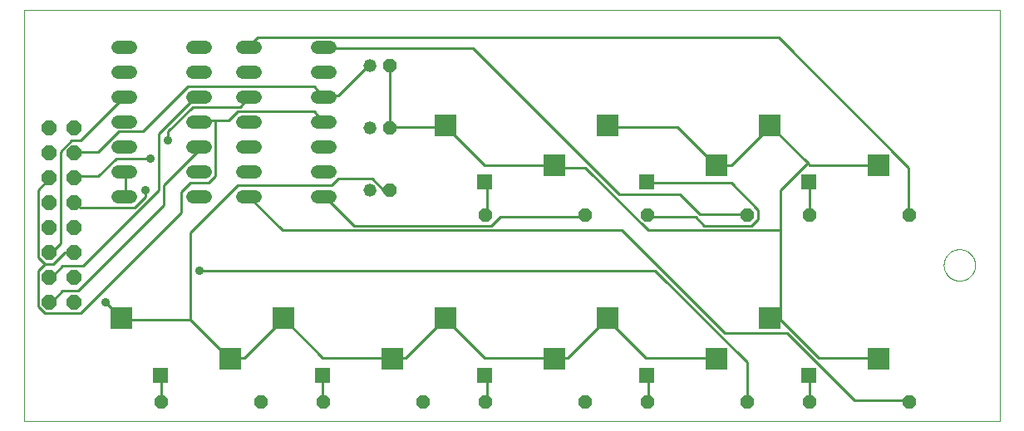
<source format=gbl>
G75*
%MOIN*%
%OFA0B0*%
%FSLAX25Y25*%
%IPPOS*%
%LPD*%
%AMOC8*
5,1,8,0,0,1.08239X$1,22.5*
%
%ADD10C,0.00000*%
%ADD11OC8,0.05200*%
%ADD12C,0.05200*%
%ADD13C,0.05200*%
%ADD14R,0.08858X0.08858*%
%ADD15R,0.05937X0.05937*%
%ADD16OC8,0.06000*%
%ADD17C,0.01000*%
%ADD18C,0.03600*%
D10*
X0001000Y0002875D02*
X0001000Y0167835D01*
X0392201Y0167835D01*
X0392201Y0002875D01*
X0001000Y0002875D01*
X0369701Y0065375D02*
X0369703Y0065533D01*
X0369709Y0065691D01*
X0369719Y0065849D01*
X0369733Y0066007D01*
X0369751Y0066164D01*
X0369772Y0066321D01*
X0369798Y0066477D01*
X0369828Y0066633D01*
X0369861Y0066788D01*
X0369899Y0066941D01*
X0369940Y0067094D01*
X0369985Y0067246D01*
X0370034Y0067397D01*
X0370087Y0067546D01*
X0370143Y0067694D01*
X0370203Y0067840D01*
X0370267Y0067985D01*
X0370335Y0068128D01*
X0370406Y0068270D01*
X0370480Y0068410D01*
X0370558Y0068547D01*
X0370640Y0068683D01*
X0370724Y0068817D01*
X0370813Y0068948D01*
X0370904Y0069077D01*
X0370999Y0069204D01*
X0371096Y0069329D01*
X0371197Y0069451D01*
X0371301Y0069570D01*
X0371408Y0069687D01*
X0371518Y0069801D01*
X0371631Y0069912D01*
X0371746Y0070021D01*
X0371864Y0070126D01*
X0371985Y0070228D01*
X0372108Y0070328D01*
X0372234Y0070424D01*
X0372362Y0070517D01*
X0372492Y0070607D01*
X0372625Y0070693D01*
X0372760Y0070777D01*
X0372896Y0070856D01*
X0373035Y0070933D01*
X0373176Y0071005D01*
X0373318Y0071075D01*
X0373462Y0071140D01*
X0373608Y0071202D01*
X0373755Y0071260D01*
X0373904Y0071315D01*
X0374054Y0071366D01*
X0374205Y0071413D01*
X0374357Y0071456D01*
X0374510Y0071495D01*
X0374665Y0071531D01*
X0374820Y0071562D01*
X0374976Y0071590D01*
X0375132Y0071614D01*
X0375289Y0071634D01*
X0375447Y0071650D01*
X0375604Y0071662D01*
X0375763Y0071670D01*
X0375921Y0071674D01*
X0376079Y0071674D01*
X0376237Y0071670D01*
X0376396Y0071662D01*
X0376553Y0071650D01*
X0376711Y0071634D01*
X0376868Y0071614D01*
X0377024Y0071590D01*
X0377180Y0071562D01*
X0377335Y0071531D01*
X0377490Y0071495D01*
X0377643Y0071456D01*
X0377795Y0071413D01*
X0377946Y0071366D01*
X0378096Y0071315D01*
X0378245Y0071260D01*
X0378392Y0071202D01*
X0378538Y0071140D01*
X0378682Y0071075D01*
X0378824Y0071005D01*
X0378965Y0070933D01*
X0379104Y0070856D01*
X0379240Y0070777D01*
X0379375Y0070693D01*
X0379508Y0070607D01*
X0379638Y0070517D01*
X0379766Y0070424D01*
X0379892Y0070328D01*
X0380015Y0070228D01*
X0380136Y0070126D01*
X0380254Y0070021D01*
X0380369Y0069912D01*
X0380482Y0069801D01*
X0380592Y0069687D01*
X0380699Y0069570D01*
X0380803Y0069451D01*
X0380904Y0069329D01*
X0381001Y0069204D01*
X0381096Y0069077D01*
X0381187Y0068948D01*
X0381276Y0068817D01*
X0381360Y0068683D01*
X0381442Y0068547D01*
X0381520Y0068410D01*
X0381594Y0068270D01*
X0381665Y0068128D01*
X0381733Y0067985D01*
X0381797Y0067840D01*
X0381857Y0067694D01*
X0381913Y0067546D01*
X0381966Y0067397D01*
X0382015Y0067246D01*
X0382060Y0067094D01*
X0382101Y0066941D01*
X0382139Y0066788D01*
X0382172Y0066633D01*
X0382202Y0066477D01*
X0382228Y0066321D01*
X0382249Y0066164D01*
X0382267Y0066007D01*
X0382281Y0065849D01*
X0382291Y0065691D01*
X0382297Y0065533D01*
X0382299Y0065375D01*
X0382297Y0065217D01*
X0382291Y0065059D01*
X0382281Y0064901D01*
X0382267Y0064743D01*
X0382249Y0064586D01*
X0382228Y0064429D01*
X0382202Y0064273D01*
X0382172Y0064117D01*
X0382139Y0063962D01*
X0382101Y0063809D01*
X0382060Y0063656D01*
X0382015Y0063504D01*
X0381966Y0063353D01*
X0381913Y0063204D01*
X0381857Y0063056D01*
X0381797Y0062910D01*
X0381733Y0062765D01*
X0381665Y0062622D01*
X0381594Y0062480D01*
X0381520Y0062340D01*
X0381442Y0062203D01*
X0381360Y0062067D01*
X0381276Y0061933D01*
X0381187Y0061802D01*
X0381096Y0061673D01*
X0381001Y0061546D01*
X0380904Y0061421D01*
X0380803Y0061299D01*
X0380699Y0061180D01*
X0380592Y0061063D01*
X0380482Y0060949D01*
X0380369Y0060838D01*
X0380254Y0060729D01*
X0380136Y0060624D01*
X0380015Y0060522D01*
X0379892Y0060422D01*
X0379766Y0060326D01*
X0379638Y0060233D01*
X0379508Y0060143D01*
X0379375Y0060057D01*
X0379240Y0059973D01*
X0379104Y0059894D01*
X0378965Y0059817D01*
X0378824Y0059745D01*
X0378682Y0059675D01*
X0378538Y0059610D01*
X0378392Y0059548D01*
X0378245Y0059490D01*
X0378096Y0059435D01*
X0377946Y0059384D01*
X0377795Y0059337D01*
X0377643Y0059294D01*
X0377490Y0059255D01*
X0377335Y0059219D01*
X0377180Y0059188D01*
X0377024Y0059160D01*
X0376868Y0059136D01*
X0376711Y0059116D01*
X0376553Y0059100D01*
X0376396Y0059088D01*
X0376237Y0059080D01*
X0376079Y0059076D01*
X0375921Y0059076D01*
X0375763Y0059080D01*
X0375604Y0059088D01*
X0375447Y0059100D01*
X0375289Y0059116D01*
X0375132Y0059136D01*
X0374976Y0059160D01*
X0374820Y0059188D01*
X0374665Y0059219D01*
X0374510Y0059255D01*
X0374357Y0059294D01*
X0374205Y0059337D01*
X0374054Y0059384D01*
X0373904Y0059435D01*
X0373755Y0059490D01*
X0373608Y0059548D01*
X0373462Y0059610D01*
X0373318Y0059675D01*
X0373176Y0059745D01*
X0373035Y0059817D01*
X0372896Y0059894D01*
X0372760Y0059973D01*
X0372625Y0060057D01*
X0372492Y0060143D01*
X0372362Y0060233D01*
X0372234Y0060326D01*
X0372108Y0060422D01*
X0371985Y0060522D01*
X0371864Y0060624D01*
X0371746Y0060729D01*
X0371631Y0060838D01*
X0371518Y0060949D01*
X0371408Y0061063D01*
X0371301Y0061180D01*
X0371197Y0061299D01*
X0371096Y0061421D01*
X0370999Y0061546D01*
X0370904Y0061673D01*
X0370813Y0061802D01*
X0370724Y0061933D01*
X0370640Y0062067D01*
X0370558Y0062203D01*
X0370480Y0062340D01*
X0370406Y0062480D01*
X0370335Y0062622D01*
X0370267Y0062765D01*
X0370203Y0062910D01*
X0370143Y0063056D01*
X0370087Y0063204D01*
X0370034Y0063353D01*
X0369985Y0063504D01*
X0369940Y0063656D01*
X0369899Y0063809D01*
X0369861Y0063962D01*
X0369828Y0064117D01*
X0369798Y0064273D01*
X0369772Y0064429D01*
X0369751Y0064586D01*
X0369733Y0064743D01*
X0369719Y0064901D01*
X0369709Y0065059D01*
X0369703Y0065217D01*
X0369701Y0065375D01*
D11*
X0356000Y0085375D03*
X0316000Y0085375D03*
X0291000Y0085375D03*
X0251000Y0085375D03*
X0226000Y0085375D03*
X0186000Y0085375D03*
X0147500Y0095375D03*
X0147500Y0120375D03*
X0147500Y0145375D03*
X0161000Y0010375D03*
X0186000Y0010375D03*
X0226000Y0010375D03*
X0251000Y0010375D03*
X0291000Y0010375D03*
X0316000Y0010375D03*
X0356000Y0010375D03*
X0121000Y0010375D03*
X0096000Y0010375D03*
X0056000Y0010375D03*
D12*
X0139500Y0095375D03*
X0139500Y0120375D03*
X0139500Y0145375D03*
D13*
X0123600Y0142875D02*
X0118400Y0142875D01*
X0118400Y0152875D02*
X0123600Y0152875D01*
X0093600Y0152875D02*
X0088400Y0152875D01*
X0073600Y0152875D02*
X0068400Y0152875D01*
X0068400Y0142875D02*
X0073600Y0142875D01*
X0088400Y0142875D02*
X0093600Y0142875D01*
X0093600Y0132875D02*
X0088400Y0132875D01*
X0073600Y0132875D02*
X0068400Y0132875D01*
X0068400Y0122875D02*
X0073600Y0122875D01*
X0088400Y0122875D02*
X0093600Y0122875D01*
X0093600Y0112875D02*
X0088400Y0112875D01*
X0073600Y0112875D02*
X0068400Y0112875D01*
X0068400Y0102875D02*
X0073600Y0102875D01*
X0088400Y0102875D02*
X0093600Y0102875D01*
X0093600Y0092875D02*
X0088400Y0092875D01*
X0073600Y0092875D02*
X0068400Y0092875D01*
X0043600Y0092875D02*
X0038400Y0092875D01*
X0038400Y0102875D02*
X0043600Y0102875D01*
X0043600Y0112875D02*
X0038400Y0112875D01*
X0038400Y0122875D02*
X0043600Y0122875D01*
X0043600Y0132875D02*
X0038400Y0132875D01*
X0038400Y0142875D02*
X0043600Y0142875D01*
X0043600Y0152875D02*
X0038400Y0152875D01*
X0118400Y0132875D02*
X0123600Y0132875D01*
X0123600Y0122875D02*
X0118400Y0122875D01*
X0118400Y0112875D02*
X0123600Y0112875D01*
X0123600Y0102875D02*
X0118400Y0102875D01*
X0118400Y0092875D02*
X0123600Y0092875D01*
D14*
X0169996Y0121556D03*
X0213500Y0105375D03*
X0234996Y0121556D03*
X0278500Y0105375D03*
X0299996Y0121556D03*
X0343500Y0105375D03*
X0299996Y0044056D03*
X0278500Y0027875D03*
X0234996Y0044056D03*
X0213500Y0027875D03*
X0169996Y0044056D03*
X0148500Y0027875D03*
X0104996Y0044056D03*
X0083500Y0027875D03*
X0039996Y0044056D03*
X0343500Y0027875D03*
D15*
X0315665Y0021142D03*
X0250665Y0021142D03*
X0185665Y0021142D03*
X0120665Y0021142D03*
X0055665Y0021142D03*
X0185665Y0098642D03*
X0250665Y0098642D03*
X0315665Y0098642D03*
D16*
X0021000Y0100375D03*
X0011000Y0100375D03*
X0011000Y0110375D03*
X0021000Y0110375D03*
X0021000Y0120375D03*
X0011000Y0120375D03*
X0011000Y0090375D03*
X0021000Y0090375D03*
X0021000Y0080375D03*
X0011000Y0080375D03*
X0011000Y0070375D03*
X0021000Y0070375D03*
X0021000Y0060375D03*
X0011000Y0060375D03*
X0011000Y0050375D03*
X0021000Y0050375D03*
D17*
X0023500Y0046075D02*
X0064000Y0086575D01*
X0064000Y0094675D01*
X0067600Y0098275D01*
X0074800Y0098275D01*
X0077500Y0100975D01*
X0077500Y0123475D01*
X0071200Y0123475D01*
X0071000Y0122875D01*
X0077500Y0123475D02*
X0082900Y0123475D01*
X0086500Y0127075D01*
X0117100Y0127075D01*
X0120700Y0123475D01*
X0121000Y0122875D01*
X0121000Y0132875D02*
X0120700Y0133375D01*
X0117100Y0136975D01*
X0066700Y0136975D01*
X0048700Y0118975D01*
X0038800Y0118975D01*
X0030700Y0110875D01*
X0021700Y0110875D01*
X0021000Y0110375D01*
X0019900Y0115375D02*
X0015400Y0110875D01*
X0015400Y0073975D01*
X0011800Y0070375D01*
X0011000Y0070375D01*
X0009100Y0065875D02*
X0006400Y0068575D01*
X0006400Y0095575D01*
X0010900Y0100075D01*
X0011000Y0100375D01*
X0021000Y0100375D02*
X0021700Y0100975D01*
X0030700Y0100975D01*
X0037900Y0108175D01*
X0051400Y0108175D01*
X0058600Y0115375D02*
X0058600Y0118975D01*
X0068500Y0128875D01*
X0087400Y0128875D01*
X0091000Y0132475D01*
X0091000Y0132875D01*
X0071000Y0132875D02*
X0070300Y0132475D01*
X0068500Y0130675D01*
X0067600Y0130675D01*
X0055000Y0118075D01*
X0055000Y0095575D01*
X0024400Y0064975D01*
X0016300Y0064975D01*
X0011800Y0060475D01*
X0011000Y0060375D01*
X0006400Y0063175D02*
X0006400Y0048775D01*
X0009100Y0046075D01*
X0023500Y0046075D01*
X0016300Y0055075D02*
X0011800Y0050575D01*
X0011000Y0050375D01*
X0016300Y0055075D02*
X0022600Y0055075D01*
X0056800Y0089275D01*
X0056800Y0097375D01*
X0070300Y0110875D01*
X0070300Y0112675D01*
X0071000Y0112875D01*
X0041500Y0102775D02*
X0041000Y0102875D01*
X0041500Y0102775D02*
X0041500Y0092875D01*
X0041000Y0092875D01*
X0045100Y0088375D02*
X0049600Y0092875D01*
X0049600Y0095575D01*
X0045100Y0088375D02*
X0023500Y0088375D01*
X0021700Y0090175D01*
X0021000Y0090375D01*
X0021000Y0070375D02*
X0017200Y0070375D01*
X0012700Y0065875D01*
X0009100Y0065875D01*
X0006400Y0063175D01*
X0033400Y0050575D02*
X0039700Y0044275D01*
X0039996Y0044056D01*
X0040600Y0043375D01*
X0067600Y0043375D01*
X0067600Y0078475D01*
X0086500Y0097375D01*
X0124300Y0097375D01*
X0127000Y0100075D01*
X0140500Y0100075D01*
X0145000Y0095575D01*
X0146800Y0095575D01*
X0147500Y0095375D01*
X0133300Y0081175D02*
X0121600Y0092875D01*
X0121000Y0092875D01*
X0133300Y0081175D02*
X0188200Y0081175D01*
X0191800Y0084775D01*
X0226000Y0084775D01*
X0226000Y0085375D01*
X0240400Y0079375D02*
X0104500Y0079375D01*
X0091000Y0092875D01*
X0147500Y0120375D02*
X0147700Y0120775D01*
X0169300Y0120775D01*
X0169996Y0121556D01*
X0170200Y0120775D01*
X0185500Y0105475D01*
X0213400Y0105475D01*
X0213500Y0105375D01*
X0214300Y0104575D01*
X0226000Y0104575D01*
X0251200Y0079375D01*
X0304300Y0079375D01*
X0304300Y0043375D01*
X0299996Y0044056D01*
X0300700Y0043375D01*
X0304300Y0043375D01*
X0319600Y0028075D01*
X0343000Y0028075D01*
X0343500Y0027875D01*
X0316000Y0020875D02*
X0315665Y0021142D01*
X0316000Y0020875D02*
X0316000Y0010375D01*
X0334000Y0010975D02*
X0307000Y0037975D01*
X0281800Y0037975D01*
X0240400Y0079375D01*
X0251200Y0084775D02*
X0251000Y0085375D01*
X0251200Y0084775D02*
X0270100Y0084775D01*
X0273700Y0081175D01*
X0292600Y0081175D01*
X0295300Y0083875D01*
X0295300Y0087475D01*
X0284500Y0098275D01*
X0251200Y0098275D01*
X0250665Y0098642D01*
X0239500Y0093775D02*
X0181000Y0152275D01*
X0121600Y0152275D01*
X0121000Y0152875D01*
X0138700Y0145075D02*
X0139500Y0145375D01*
X0138700Y0145075D02*
X0127000Y0133375D01*
X0121600Y0133375D01*
X0121000Y0132875D01*
X0147500Y0145375D02*
X0147700Y0145075D01*
X0147700Y0120775D01*
X0185665Y0098642D02*
X0186400Y0098275D01*
X0186400Y0085675D01*
X0186000Y0085375D01*
X0239500Y0093775D02*
X0263800Y0093775D01*
X0271900Y0085675D01*
X0290800Y0085675D01*
X0291000Y0085375D01*
X0304300Y0079375D02*
X0304300Y0095575D01*
X0315100Y0106375D01*
X0316000Y0105475D01*
X0343000Y0105475D01*
X0343500Y0105375D01*
X0355600Y0104575D02*
X0303400Y0156775D01*
X0094600Y0156775D01*
X0091000Y0153175D01*
X0091000Y0152875D01*
X0041000Y0132875D02*
X0023500Y0115375D01*
X0019900Y0115375D01*
X0071200Y0063175D02*
X0253900Y0063175D01*
X0290800Y0026275D01*
X0290800Y0010975D01*
X0291000Y0010375D01*
X0278500Y0027875D02*
X0278200Y0028075D01*
X0250300Y0028075D01*
X0235000Y0043375D01*
X0234996Y0044056D01*
X0234100Y0043375D01*
X0218800Y0028075D01*
X0214300Y0028075D01*
X0213500Y0027875D01*
X0213400Y0028075D01*
X0185500Y0028075D01*
X0170200Y0043375D01*
X0169996Y0044056D01*
X0169300Y0043375D01*
X0154000Y0028075D01*
X0148600Y0028075D01*
X0148500Y0027875D01*
X0147700Y0028075D01*
X0120700Y0028075D01*
X0105400Y0043375D01*
X0104996Y0044056D01*
X0104500Y0043375D01*
X0089200Y0028075D01*
X0083800Y0028075D01*
X0083500Y0027875D01*
X0082900Y0028075D01*
X0067600Y0043375D01*
X0055665Y0021142D02*
X0055900Y0020875D01*
X0055900Y0010975D01*
X0056000Y0010375D01*
X0120700Y0010975D02*
X0121000Y0010375D01*
X0120700Y0010975D02*
X0120700Y0020875D01*
X0120665Y0021142D01*
X0185665Y0021142D02*
X0186400Y0020875D01*
X0186400Y0010975D01*
X0186000Y0010375D01*
X0251000Y0010375D02*
X0251200Y0010975D01*
X0251200Y0020875D01*
X0250665Y0021142D01*
X0334000Y0010975D02*
X0355600Y0010975D01*
X0356000Y0010375D01*
X0356000Y0085375D02*
X0355600Y0085675D01*
X0355600Y0104575D01*
X0316000Y0098275D02*
X0315665Y0098642D01*
X0316000Y0098275D02*
X0316000Y0085375D01*
X0284500Y0105475D02*
X0279100Y0105475D01*
X0278500Y0105375D01*
X0278200Y0105475D01*
X0262900Y0120775D01*
X0235000Y0120775D01*
X0234996Y0121556D01*
X0284500Y0105475D02*
X0299800Y0120775D01*
X0299996Y0121556D01*
X0300700Y0120775D01*
X0315100Y0106375D01*
D18*
X0071200Y0063175D03*
X0033400Y0050575D03*
X0049600Y0095575D03*
X0051400Y0108175D03*
X0058600Y0115375D03*
M02*

</source>
